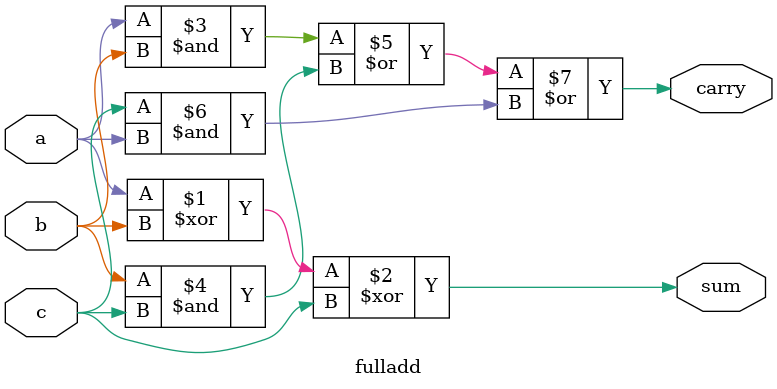
<source format=v>
module fulladd(
input a,b,c,
output sum,carry
);
assign sum = a^b^c;
assign carry = (a&b)|(b&c)|(c&a);
endmodule


</source>
